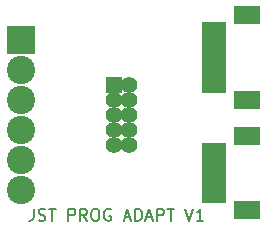
<source format=gbr>
G04 #@! TF.FileFunction,Soldermask,Top*
%FSLAX46Y46*%
G04 Gerber Fmt 4.6, Leading zero omitted, Abs format (unit mm)*
G04 Created by KiCad (PCBNEW 4.0.0-rc1-stable) date 11/10/2015 10:15:42 PM*
%MOMM*%
G01*
G04 APERTURE LIST*
%ADD10C,0.100000*%
%ADD11C,0.150000*%
%ADD12R,2.075000X1.000000*%
%ADD13R,2.200000X1.600000*%
%ADD14R,1.400000X1.400000*%
%ADD15C,1.400000*%
%ADD16R,2.400000X2.400000*%
%ADD17C,2.400000*%
G04 APERTURE END LIST*
D10*
D11*
X141058190Y-112990381D02*
X141058190Y-113704667D01*
X141010570Y-113847524D01*
X140915332Y-113942762D01*
X140772475Y-113990381D01*
X140677237Y-113990381D01*
X141486761Y-113942762D02*
X141629618Y-113990381D01*
X141867714Y-113990381D01*
X141962952Y-113942762D01*
X142010571Y-113895143D01*
X142058190Y-113799905D01*
X142058190Y-113704667D01*
X142010571Y-113609429D01*
X141962952Y-113561810D01*
X141867714Y-113514190D01*
X141677237Y-113466571D01*
X141581999Y-113418952D01*
X141534380Y-113371333D01*
X141486761Y-113276095D01*
X141486761Y-113180857D01*
X141534380Y-113085619D01*
X141581999Y-113038000D01*
X141677237Y-112990381D01*
X141915333Y-112990381D01*
X142058190Y-113038000D01*
X142343904Y-112990381D02*
X142915333Y-112990381D01*
X142629618Y-113990381D02*
X142629618Y-112990381D01*
X144010571Y-113990381D02*
X144010571Y-112990381D01*
X144391524Y-112990381D01*
X144486762Y-113038000D01*
X144534381Y-113085619D01*
X144582000Y-113180857D01*
X144582000Y-113323714D01*
X144534381Y-113418952D01*
X144486762Y-113466571D01*
X144391524Y-113514190D01*
X144010571Y-113514190D01*
X145582000Y-113990381D02*
X145248666Y-113514190D01*
X145010571Y-113990381D02*
X145010571Y-112990381D01*
X145391524Y-112990381D01*
X145486762Y-113038000D01*
X145534381Y-113085619D01*
X145582000Y-113180857D01*
X145582000Y-113323714D01*
X145534381Y-113418952D01*
X145486762Y-113466571D01*
X145391524Y-113514190D01*
X145010571Y-113514190D01*
X146201047Y-112990381D02*
X146391524Y-112990381D01*
X146486762Y-113038000D01*
X146582000Y-113133238D01*
X146629619Y-113323714D01*
X146629619Y-113657048D01*
X146582000Y-113847524D01*
X146486762Y-113942762D01*
X146391524Y-113990381D01*
X146201047Y-113990381D01*
X146105809Y-113942762D01*
X146010571Y-113847524D01*
X145962952Y-113657048D01*
X145962952Y-113323714D01*
X146010571Y-113133238D01*
X146105809Y-113038000D01*
X146201047Y-112990381D01*
X147582000Y-113038000D02*
X147486762Y-112990381D01*
X147343905Y-112990381D01*
X147201047Y-113038000D01*
X147105809Y-113133238D01*
X147058190Y-113228476D01*
X147010571Y-113418952D01*
X147010571Y-113561810D01*
X147058190Y-113752286D01*
X147105809Y-113847524D01*
X147201047Y-113942762D01*
X147343905Y-113990381D01*
X147439143Y-113990381D01*
X147582000Y-113942762D01*
X147629619Y-113895143D01*
X147629619Y-113561810D01*
X147439143Y-113561810D01*
X148772476Y-113704667D02*
X149248667Y-113704667D01*
X148677238Y-113990381D02*
X149010571Y-112990381D01*
X149343905Y-113990381D01*
X149677238Y-113990381D02*
X149677238Y-112990381D01*
X149915333Y-112990381D01*
X150058191Y-113038000D01*
X150153429Y-113133238D01*
X150201048Y-113228476D01*
X150248667Y-113418952D01*
X150248667Y-113561810D01*
X150201048Y-113752286D01*
X150153429Y-113847524D01*
X150058191Y-113942762D01*
X149915333Y-113990381D01*
X149677238Y-113990381D01*
X150629619Y-113704667D02*
X151105810Y-113704667D01*
X150534381Y-113990381D02*
X150867714Y-112990381D01*
X151201048Y-113990381D01*
X151534381Y-113990381D02*
X151534381Y-112990381D01*
X151915334Y-112990381D01*
X152010572Y-113038000D01*
X152058191Y-113085619D01*
X152105810Y-113180857D01*
X152105810Y-113323714D01*
X152058191Y-113418952D01*
X152010572Y-113466571D01*
X151915334Y-113514190D01*
X151534381Y-113514190D01*
X152391524Y-112990381D02*
X152962953Y-112990381D01*
X152677238Y-113990381D02*
X152677238Y-112990381D01*
X153915334Y-112990381D02*
X154248667Y-113990381D01*
X154582001Y-112990381D01*
X155439144Y-113990381D02*
X154867715Y-113990381D01*
X155153429Y-113990381D02*
X155153429Y-112990381D01*
X155058191Y-113133238D01*
X154962953Y-113228476D01*
X154867715Y-113276095D01*
D12*
X156337000Y-97663000D03*
X156337000Y-98663000D03*
X156337000Y-99663000D03*
X156337000Y-100663000D03*
X156337000Y-101663000D03*
X156337000Y-102663000D03*
D13*
X159137000Y-103763000D03*
X159137000Y-96563000D03*
D14*
X147828000Y-102489000D03*
D15*
X149098000Y-102489000D03*
X147828000Y-103759000D03*
X149098000Y-103759000D03*
X147828000Y-105029000D03*
X149098000Y-105029000D03*
X147828000Y-106299000D03*
X149098000Y-106299000D03*
X147828000Y-107569000D03*
X149098000Y-107569000D03*
D12*
X156337000Y-107950000D03*
X156337000Y-108950000D03*
X156337000Y-109950000D03*
X156337000Y-110950000D03*
X156337000Y-111950000D03*
D13*
X159137000Y-113050000D03*
X159137000Y-106850000D03*
D16*
X139954000Y-98679000D03*
D17*
X139954000Y-101219000D03*
X139954000Y-103759000D03*
X139954000Y-106299000D03*
X139954000Y-108839000D03*
X139954000Y-111379000D03*
M02*

</source>
